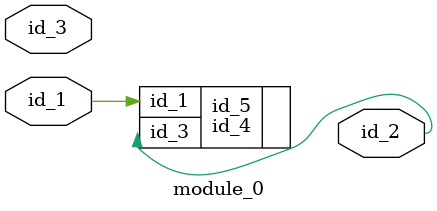
<source format=v>
module module_0 (
    id_1,
    id_2,
    id_3
);
  input id_3;
  output id_2;
  input id_1;
  id_4 id_5 (
      .id_1(id_3),
      .id_1({id_2, id_3}),
      .id_3(id_2),
      .id_1(id_2),
      .id_1(id_1)
  );
endmodule

</source>
